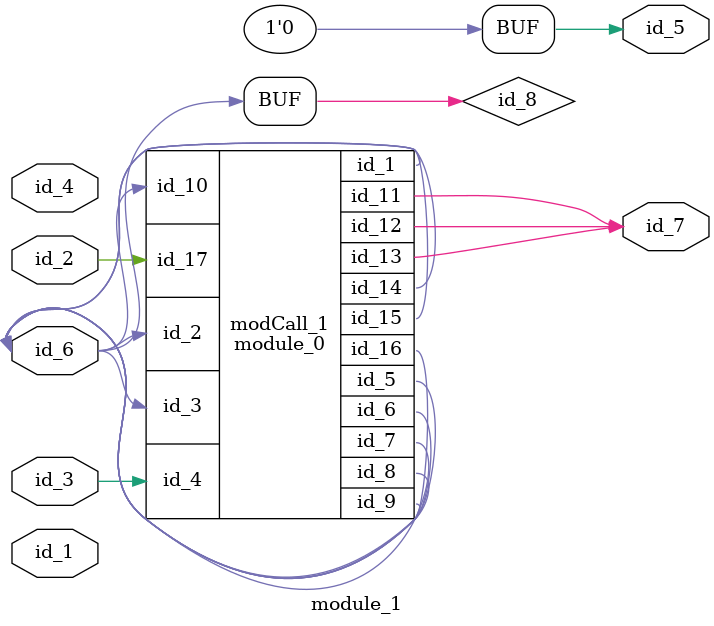
<source format=v>
module module_0 (
    id_1,
    id_2,
    id_3,
    id_4,
    id_5,
    id_6,
    id_7,
    id_8,
    id_9,
    id_10,
    id_11,
    id_12,
    id_13,
    id_14,
    id_15,
    id_16,
    id_17
);
  input wire id_17;
  inout wire id_16;
  inout wire id_15;
  inout wire id_14;
  output wire id_13;
  output wire id_12;
  output wire id_11;
  input wire id_10;
  inout wire id_9;
  output wire id_8;
  inout wire id_7;
  output wire id_6;
  inout wire id_5;
  input wire id_4;
  input wire id_3;
  input wire id_2;
  inout wire id_1;
  wire id_18;
endmodule
module module_1 (
    id_1,
    id_2,
    id_3,
    id_4,
    id_5,
    id_6,
    id_7
);
  output wire id_7;
  inout wire id_6;
  output wire id_5;
  inout wire id_4;
  input wire id_3;
  input wire id_2;
  input wire id_1;
  assign id_5 = "";
  module_0 modCall_1 (
      id_6,
      id_6,
      id_6,
      id_3,
      id_6,
      id_6,
      id_6,
      id_6,
      id_6,
      id_6,
      id_7,
      id_7,
      id_7,
      id_6,
      id_6,
      id_6,
      id_2
  );
  wire id_8, id_9;
  always
    if (-1)
      if (-1'b0) id_4 <= (1);
      else id_8 = id_6;
endmodule

</source>
